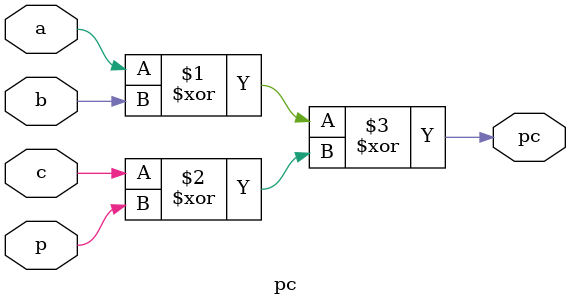
<source format=v>
`timescale 1ns / 1ps

module pc(
    input a,b,c,p,
    output pc
    );
    
    assign pc=(a^b)^(c^p);
endmodule

</source>
